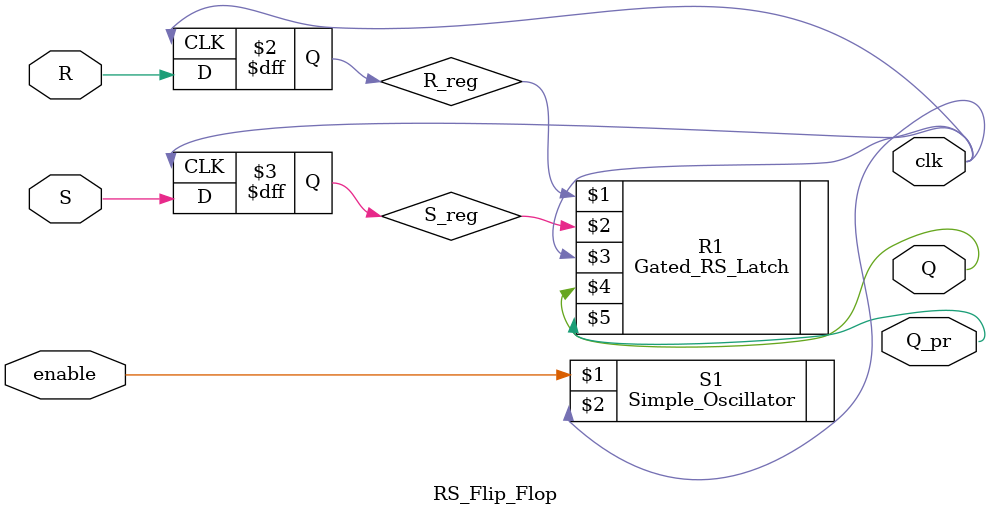
<source format=v>
`timescale 1ns / 1ps
module RS_Flip_Flop(
    input enable,
    input R,
    input S,
    output Q,
    output Q_pr,
	 output clk
    );
	 
	 reg R_reg;
	 reg S_reg;
	 
	 Simple_Oscillator S1(enable, clk);
	 Gated_RS_Latch R1(R_reg, S_reg, clk, Q, Q_pr);
	 
	 always@(posedge clk)
		begin
			R_reg = R;
			S_reg = S;
		end

endmodule

</source>
